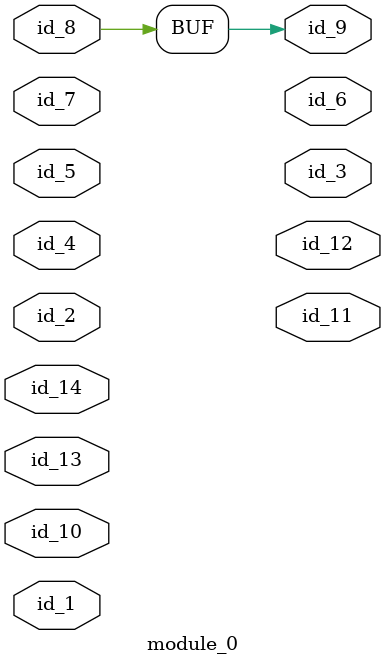
<source format=v>
module module_0 (
    id_1,
    id_2,
    id_3,
    id_4,
    id_5,
    id_6,
    id_7,
    id_8,
    id_9,
    id_10,
    id_11,
    id_12,
    id_13,
    id_14
);
  inout id_14;
  inout id_13;
  output id_12;
  output id_11;
  input id_10;
  output id_9;
  inout id_8;
  input id_7;
  output id_6;
  input id_5;
  inout id_4;
  output id_3;
  input id_2;
  inout id_1;
  assign id_9 = id_8;
endmodule

</source>
